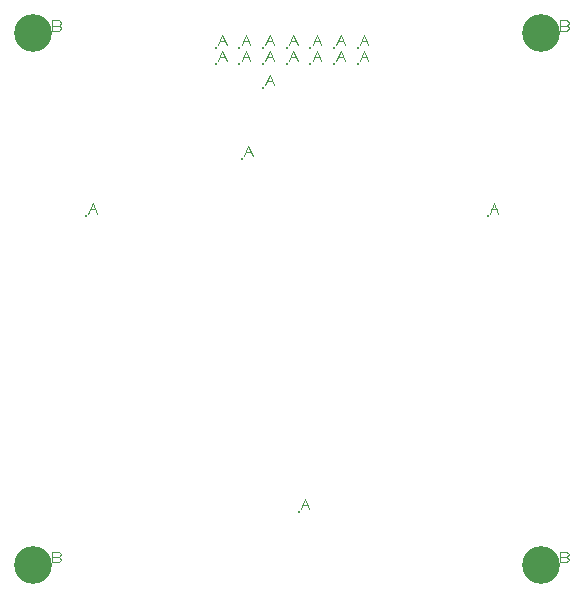
<source format=gbr>
G04 GENERATED BY PULSONIX 7.0 GERBER.DLL 4573*
%INHILLSTAR_30X30_EL_V1_0*%
%LNGERBER_DRILL*%
%FSLAX33Y33*%
%IPPOS*%
%LPD*%
%OFA0B0*%
%MOMM*%
%ADD15C,0.125*%
%ADD146C,0.250*%
%ADD698C,3.200*%
X0Y0D02*
D02*
D15*
X110468Y105124D02*
X110615Y105050D01*
X110688Y104903*
X110615Y104756*
X110468Y104683*
X109953*
Y105565*
X110468*
X110615Y105491*
X110688Y105344*
X110615Y105197*
X110468Y105124*
X109953*
X110468Y150124D02*
X110615Y150050D01*
X110688Y149903*
X110615Y149756*
X110468Y149683*
X109953*
Y150565*
X110468*
X110615Y150491*
X110688Y150344*
X110615Y150197*
X110468Y150124*
X109953*
X112978Y134183D02*
X113346Y135065D01*
X113713Y134183*
X113125Y134550D02*
X113566Y134550D01*
X123978Y147083D02*
X124346Y147965D01*
X124713Y147083*
X124125Y147450D02*
X124566Y147450D01*
X123978Y148483D02*
X124346Y149365D01*
X124713Y148483*
X124125Y148850D02*
X124566Y148850D01*
X125978Y147083D02*
X126346Y147965D01*
X126713Y147083*
X126125Y147450D02*
X126566Y147450D01*
X125978Y148483D02*
X126346Y149365D01*
X126713Y148483*
X126125Y148850D02*
X126566Y148850D01*
X126178Y139083D02*
X126546Y139965D01*
X126913Y139083*
X126325Y139450D02*
X126766Y139450D01*
X127978Y145083D02*
X128346Y145965D01*
X128713Y145083*
X128125Y145450D02*
X128566Y145450D01*
X127978Y147083D02*
X128346Y147965D01*
X128713Y147083*
X128125Y147450D02*
X128566Y147450D01*
X127978Y148483D02*
X128346Y149365D01*
X128713Y148483*
X128125Y148850D02*
X128566Y148850D01*
X129978Y147083D02*
X130346Y147965D01*
X130713Y147083*
X130125Y147450D02*
X130566Y147450D01*
X129978Y148483D02*
X130346Y149365D01*
X130713Y148483*
X130125Y148850D02*
X130566Y148850D01*
X130978Y109183D02*
X131346Y110065D01*
X131713Y109183*
X131125Y109550D02*
X131566Y109550D01*
X131978Y147083D02*
X132346Y147965D01*
X132713Y147083*
X132125Y147450D02*
X132566Y147450D01*
X131978Y148483D02*
X132346Y149365D01*
X132713Y148483*
X132125Y148850D02*
X132566Y148850D01*
X133978Y147083D02*
X134346Y147965D01*
X134713Y147083*
X134125Y147450D02*
X134566Y147450D01*
X133978Y148483D02*
X134346Y149365D01*
X134713Y148483*
X134125Y148850D02*
X134566Y148850D01*
X135978Y147083D02*
X136346Y147965D01*
X136713Y147083*
X136125Y147450D02*
X136566Y147450D01*
X135978Y148483D02*
X136346Y149365D01*
X136713Y148483*
X136125Y148850D02*
X136566Y148850D01*
X146978Y134183D02*
X147346Y135065D01*
X147713Y134183*
X147125Y134550D02*
X147566Y134550D01*
X153468Y105124D02*
X153615Y105050D01*
X153688Y104903*
X153615Y104756*
X153468Y104683*
X152953*
Y105565*
X153468*
X153615Y105491*
X153688Y105344*
X153615Y105197*
X153468Y105124*
X152953*
X153468Y150124D02*
X153615Y150050D01*
X153688Y149903*
X153615Y149756*
X153468Y149683*
X152953*
Y150565*
X153468*
X153615Y150491*
X153688Y150344*
X153615Y150197*
X153468Y150124*
X152953*
D02*
D146*
X112791Y133962D03*
X123791Y146862D03*
Y148262D03*
X125791Y146862D03*
Y148262D03*
X125991Y138862D03*
X127791Y144862D03*
Y146862D03*
Y148262D03*
X129791Y146862D03*
Y148262D03*
X130791Y108962D03*
X131791Y146862D03*
Y148262D03*
X133791Y146862D03*
Y148262D03*
X135791Y146862D03*
Y148262D03*
X146791Y133962D03*
D02*
D698*
X108291Y104462D03*
Y149462D03*
X151291Y104462D03*
Y149462D03*
X0Y0D02*
M02*

</source>
